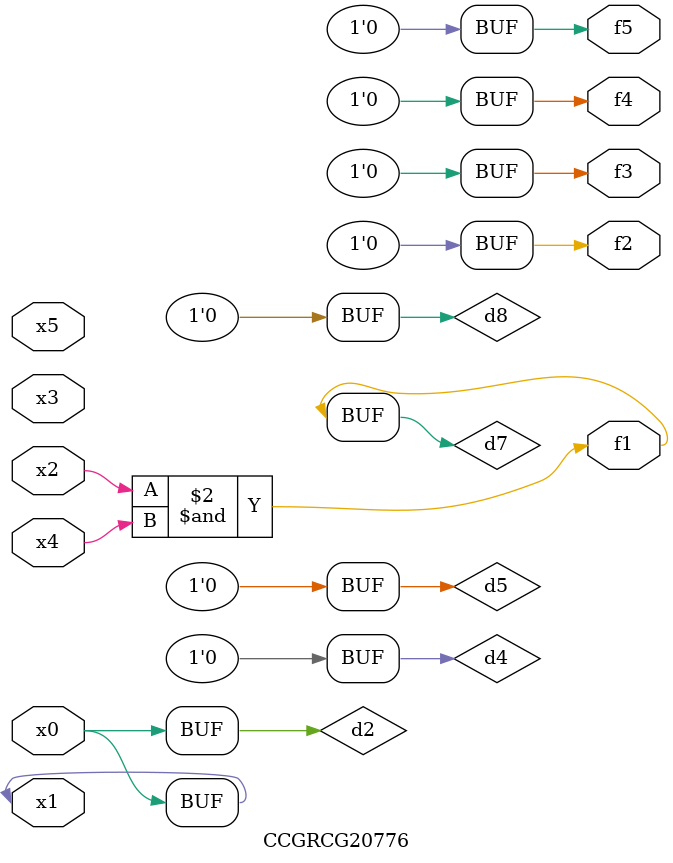
<source format=v>
module CCGRCG20776(
	input x0, x1, x2, x3, x4, x5,
	output f1, f2, f3, f4, f5
);

	wire d1, d2, d3, d4, d5, d6, d7, d8, d9;

	nand (d1, x1);
	buf (d2, x0, x1);
	nand (d3, x2, x4);
	and (d4, d1, d2);
	and (d5, d1, d2);
	nand (d6, d1, d3);
	not (d7, d3);
	xor (d8, d5);
	nor (d9, d5, d6);
	assign f1 = d7;
	assign f2 = d8;
	assign f3 = d8;
	assign f4 = d8;
	assign f5 = d8;
endmodule

</source>
